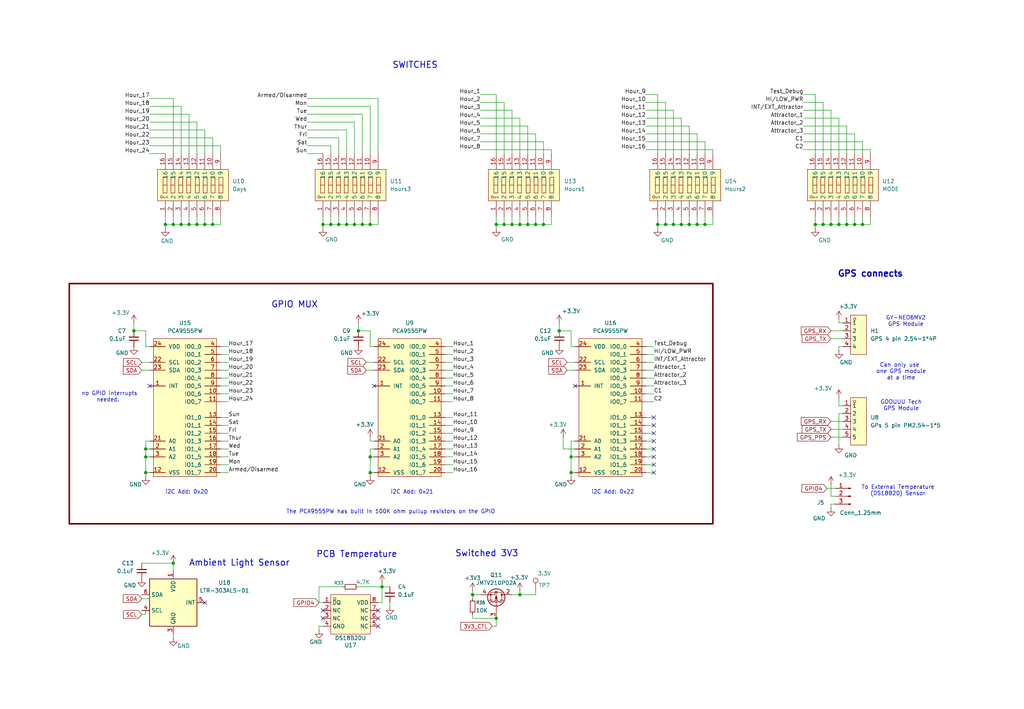
<source format=kicad_sch>
(kicad_sch (version 20250114) (generator "eeschema") (generator_version "9.0")
  (paper "User" 330.2 228.6)
  (title_block (title "MothBox") (date "2025-10-02") (rev "5.0.2") (company "Digital Naturalism Laboritories") (comment 1 "and Parkview"))
  (lib_symbols
    (symbol "0_easyeda2kicad:DS18B20U"
      (property "Reference" "U?" (at 0 8.89 0))
      (property "Value" "DS18B20U" (at 0 -8.89 0))
      (symbol "DS18B20U_0_1"
        (pin unspecified line (at -8.89 3.81 0) (length 2.54) (name "DQ") (number "1"))
        (pin unspecified line (at -8.89 1.27 0) (length 2.54) (name "NC") (number "2"))
        (pin unspecified line (at -8.89 -1.27 0) (length 2.54) (name "NC") (number "3"))
        (pin unspecified line (at -8.89 -3.81 0) (length 2.54) (name "GND") (number "4"))
        (pin unspecified line (at 8.89 3.81 180) (length 2.54) (name "VDD") (number "8"))
        (pin unspecified line (at 8.89 1.27 180) (length 2.54) (name "NC") (number "7"))
        (pin unspecified line (at 8.89 -1.27 180) (length 2.54) (name "NC") (number "6"))
        (pin unspecified line (at 8.89 -3.81 180) (length 2.54) (name "NC") (number "5"))
      )
    )
    (symbol "Connector:Conn_01x03_Pin" (pin_names (offset 1.016) (hide yes))
      (property "Reference" "J" (at 0 5.08 0))
      (property "Value" "Conn_01x03_Pin" (at 0 -5.08 0))
      (symbol "Conn_01x03_Pin_1_1"
        (pin passive line (at 5.08 2.54 180) (length 3.81) (name "Pin_1") (number "1"))
        (pin passive line (at 5.08 0 180) (length 3.81) (name "Pin_2") (number "2"))
        (pin passive line (at 5.08 -2.54 180) (length 3.81) (name "Pin_3") (number "3"))
      )
    )
    (symbol "MothBox_Symbol_Library:+3.3V" (power) (pin_numbers (hide yes)) (pin_names (offset 0) (hide yes))
      (property "Value" "+3.3V" (at 0 3.556 0))
      (symbol "+3.3V_1_1"
        (pin power_in line (at 0 0 90) (length 0) (name "~") (number "1"))
      )
    )
    (symbol "MothBox_Symbol_Library:2.54-1*4P母"
      (property "Reference" "H" (at 0 8.89 0))
      (property "Value" "2.54-1*4P母" (at 0 -8.89 0))
      (symbol "2.54-1*4P母_0_1"
        (pin unspecified line (at -5.08 3.81 0) (length 2.54) (name "1") (number "1"))
        (pin unspecified line (at -5.08 1.27 0) (length 2.54) (name "2") (number "2"))
        (pin unspecified line (at -5.08 -1.27 0) (length 2.54) (name "3") (number "3"))
        (pin unspecified line (at -5.08 -3.81 0) (length 2.54) (name "4") (number "4"))
      )
    )
    (symbol "MothBox_Symbol_Library:C_Small" (pin_numbers (hide yes)) (pin_names (offset 0.254) (hide yes))
      (property "Reference" "C" (at 0.254 1.778 0))
      (property "Value" "C_Small" (at 0.254 -2.032 0))
      (symbol "C_Small_1_1"
        (pin passive line (at 0 2.54 270) (length 2.032) (name "~") (number "1"))
        (pin passive line (at 0 -2.54 90) (length 2.032) (name "~") (number "2"))
      )
    )
    (symbol "MothBox_Symbol_Library:GND" (power) (pin_numbers (hide yes)) (pin_names (offset 0) (hide yes))
      (property "Value" "GND" (at 0 -3.81 0))
      (symbol "GND_1_1"
        (pin power_in line (at 0 0 270) (length 0) (name "~") (number "1"))
      )
    )
    (symbol "MothBox_Symbol_Library:JMTV210P02A" (pin_names (hide yes))
      (property "Reference" "Q" (at 5.08 1.905 0))
      (property "Value" "JMTV210P02A" (at 5.08 0 0))
      (symbol "JMTV210P02A_1_1"
        (pin input line (at -5.08 0 0) (length 2.54) (name "G") (number "3"))
        (pin passive line (at 2.54 5.08 270) (length 2.54) (hide yes) (name "D") (number "1"))
        (pin passive line (at 2.54 5.08 270) (length 2.54) (name "D") (number "2"))
        (pin passive line (at 2.54 5.08 270) (length 2.54) (hide yes) (name "D") (number "5"))
        (pin passive line (at 2.54 5.08 270) (length 2.54) (hide yes) (name "D") (number "6"))
        (pin passive line (at 2.54 5.08 270) (length 2.54) (hide yes) (name "D") (number "8"))
        (pin passive line (at 2.54 -5.08 90) (length 2.54) (name "S") (number "4"))
        (pin passive line (at 2.54 -5.08 90) (length 2.54) (hide yes) (name "S") (number "7"))
      )
    )
    (symbol "MothBox_Symbol_Library:PCA9535PW" (pin_names (offset 1.016))
      (property "Reference" "U" (at 0 -43.18 0))
      (property "Value" "PCA9535PW" (at 0 5.08 0))
      (symbol "PCA9535PW_1_1"
        (pin input line (at -11.43 0 0) (length 5.08) (name "VDD") (number "24"))
        (pin input line (at -11.43 -5.08 0) (length 5.08) (name "SCL") (number "22"))
        (pin input line (at -11.43 -7.62 0) (length 5.08) (name "SDA") (number "23"))
        (pin input line (at -11.43 -12.7 0) (length 5.08) (name "INT") (number "1"))
        (pin input line (at -11.43 -30.48 0) (length 5.08) (name "A0") (number "21"))
        (pin input line (at -11.43 -33.02 0) (length 5.08) (name "A1") (number "2"))
        (pin input line (at -11.43 -35.56 0) (length 5.08) (name "A2") (number "3"))
        (pin input line (at -11.43 -40.64 0) (length 5.08) (name "VSS") (number "12"))
        (pin input line (at 11.43 0 180) (length 5.08) (name "IO0_0") (number "4"))
        (pin input line (at 11.43 -2.54 180) (length 5.08) (name "IO0_1") (number "5"))
        (pin input line (at 11.43 -5.08 180) (length 5.08) (name "IO0_2") (number "6"))
        (pin input line (at 11.43 -7.62 180) (length 5.08) (name "IO0_3") (number "7"))
        (pin input line (at 11.43 -10.16 180) (length 5.08) (name "IO0_4") (number "8"))
        (pin input line (at 11.43 -12.7 180) (length 5.08) (name "IO0_5") (number "9"))
        (pin input line (at 11.43 -15.24 180) (length 5.08) (name "IO0_6") (number "10"))
        (pin input line (at 11.43 -17.78 180) (length 5.08) (name "IO0_7") (number "11"))
        (pin input line (at 11.43 -22.86 180) (length 5.08) (name "IO1_0") (number "13"))
        (pin input line (at 11.43 -25.4 180) (length 5.08) (name "IO1_1") (number "14"))
        (pin input line (at 11.43 -27.94 180) (length 5.08) (name "IO1_2") (number "15"))
        (pin input line (at 11.43 -30.48 180) (length 5.08) (name "IO1_3") (number "16"))
        (pin input line (at 11.43 -33.02 180) (length 5.08) (name "IO1_4") (number "17"))
        (pin input line (at 11.43 -35.56 180) (length 5.08) (name "IO1_5") (number "18"))
        (pin input line (at 11.43 -38.1 180) (length 5.08) (name "IO1_6") (number "19"))
        (pin input line (at 11.43 -40.64 180) (length 5.08) (name "IO1_7") (number "20"))
      )
    )
    (symbol "MothBox_Symbol_Library:PM2.54-1*5"
      (property "Reference" "U" (at 0 10.16 0))
      (property "Value" "PM2.54-1*5" (at 0 -10.16 0))
      (symbol "PM2.54-1*5_0_1"
        (pin unspecified line (at -5.08 5.08 0) (length 2.54) (name "1") (number "1"))
        (pin unspecified line (at -5.08 2.54 0) (length 2.54) (name "2") (number "2"))
        (pin unspecified line (at -5.08 0 0) (length 2.54) (name "3") (number "3"))
        (pin unspecified line (at -5.08 -2.54 0) (length 2.54) (name "4") (number "4"))
        (pin unspecified line (at -5.08 -5.08 0) (length 2.54) (name "5") (number "5"))
      )
    )
    (symbol "MothBox_Symbol_Library:R_Small" (pin_numbers (hide yes)) (pin_names (offset 0.254) (hide yes))
      (property "Reference" "R" (at 0 0 90))
      (property "Value" "R_Small" (at 1.778 0 90))
      (symbol "R_Small_1_1"
        (pin passive line (at 0 2.54 270) (length 0.762) (name "~") (number "1"))
        (pin passive line (at 0 -2.54 90) (length 0.762) (name "~") (number "2"))
      )
    )
    (symbol "MothBox_Symbol_Library:SMXS-08K-TP"
      (property "Reference" "SW" (at 0 15.24 0))
      (property "Value" "SMXS-08K-TP" (at 0 -15.24 0))
      (symbol "SMXS-08K-TP_0_1"
        (pin unspecified line (at -10.16 10.16 270) (length 5.08) (name "16") (number "16"))
        (pin unspecified line (at -10.16 -10.16 90) (length 5.08) (name "1") (number "1"))
        (pin unspecified line (at -7.62 10.16 270) (length 5.08) (name "15") (number "15"))
        (pin unspecified line (at -7.62 -10.16 90) (length 5.08) (name "2") (number "2"))
        (pin unspecified line (at -5.08 10.16 270) (length 5.08) (name "14") (number "14"))
        (pin unspecified line (at -5.08 -10.16 90) (length 5.08) (name "3") (number "3"))
        (pin unspecified line (at -2.54 10.16 270) (length 5.08) (name "13") (number "13"))
        (pin unspecified line (at -2.54 -10.16 90) (length 5.08) (name "4") (number "4"))
        (pin unspecified line (at 0 10.16 270) (length 5.08) (name "12") (number "12"))
        (pin unspecified line (at 0 -10.16 90) (length 5.08) (name "5") (number "5"))
        (pin unspecified line (at 2.54 10.16 270) (length 5.08) (name "11") (number "11"))
        (pin unspecified line (at 2.54 -10.16 90) (length 5.08) (name "6") (number "6"))
        (pin unspecified line (at 5.08 10.16 270) (length 5.08) (name "10") (number "10"))
        (pin unspecified line (at 5.08 -10.16 90) (length 5.08) (name "7") (number "7"))
        (pin unspecified line (at 7.62 10.16 270) (length 5.08) (name "9") (number "9"))
        (pin unspecified line (at 7.62 -10.16 90) (length 5.08) (name "8") (number "8"))
      )
    )
    (symbol "MothBox_Symbol_Library:TestPoint" (pin_numbers (hide yes)) (pin_names (offset 0.762) (hide yes))
      (property "Reference" "TP" (at 0 6.858 0))
      (property "Value" "TestPoint" (at 0 5.08 0))
      (symbol "TestPoint_1_1"
        (pin passive line (at 0 0 90) (length 2.54) (name "1") (number "1"))
      )
    )
    (symbol "Sensor_Optical:LTR-303ALS-01"
      (property "Reference" "U" (at -7.62 8.89 0))
      (property "Value" "LTR-303ALS-01" (at 1.27 8.89 0))
      (symbol "LTR-303ALS-01_1_1"
        (pin bidirectional line (at -10.16 2.54 0) (length 2.54) (name "SDA") (number "6"))
        (pin input line (at -10.16 -2.54 0) (length 2.54) (name "SCL") (number "4"))
        (pin power_in line (at 0 10.16 270) (length 2.54) (name "VDD") (number "1"))
        (pin power_in line (at 0 -10.16 90) (length 2.54) (name "GND") (number "3"))
        (pin no_connect line (at 7.62 -2.54 180) (length 2.54) (hide yes) (name "NC") (number "2"))
        (pin open_collector line (at 10.16 0 180) (length 2.54) (name "INT") (number "5"))
      )
    )
    (symbol "power:+3V3" (power) (pin_numbers (hide yes)) (pin_names (offset 0) (hide yes))
      (property "Value" "+3V3" (at 0 3.556 0))
      (symbol "+3V3_1_1"
        (pin power_in line (at 0 0 90) (length 0) (name "~") (number "1"))
      )
    )
  )
  (rectangle (start 22.352 91.44) (end 229.87 168.91) (stroke (width 0.508) (color 110 0 0 1)))
  (text "Can only use \none GPS module\nat a time" (at 290.576 119.888 0) (effects (font (size 1.27 1.27))))
  (text "no GPIO interrupts\nneeded. " (at 35.306 128.016 0) (effects (font (size 1.27 1.27))))
  (text "GY-NEO6MV2\nGPS Module" (at 292.1 103.632 0) (effects (font (size 1.27 1.27))))
  (text "Switched 3V3" (at 156.972 178.562 0) (effects (font (size 2 2) (thickness 0.254) (bold yes))))
  (text "GPS connects" (at 280.67 88.392 0) (effects (font (size 2 2) (thickness 0.4) (bold yes))))
  (text "The PCA9555PW has built in 100K ohm pullup resistors on the GPIO" (at 125.984 165.1 0) (effects (font (size 1.27 1.27))))
  (text "GOOUUU Tech\nGPS Module" (at 290.576 130.81 0) (effects (font (size 1.27 1.27))))
  (text "PCB Temperature" (at 115.062 178.816 0) (effects (font (size 2 2) (thickness 0.254) (bold yes))))
  (text "i2C Add: 0x22" (at 197.612 158.75 0) (effects (font (size 1.27 1.27))))
  (text "i2C Add: 0x20" (at 60.198 158.75 0) (effects (font (size 1.27 1.27))))
  (text "Ambient Light Sensor" (at 77.216 181.61 0) (effects (font (size 2 2) (thickness 0.254) (bold yes))))
  (text "To External Temperature\n(DS18B20) Sensor" (at 289.56 158.242 0) (effects (font (size 1.27 1.27))))
  (text "i2C Add: 0x21" (at 132.842 158.75 0) (effects (font (size 1.27 1.27))))
  (text "GPIO MUX\n" (at 94.996 98.298 0) (effects (font (size 2 2) (thickness 0.254) (bold yes))))
  (text "SWITCHES" (at 133.858 21.082 0) (effects (font (size 2 2) (thickness 0.254) (bold yes))))
  (junction (at 123.19 189.23))
  (junction (at 265.43 72.39))
  (junction (at 224.79 72.39))
  (junction (at 162.56 72.39))
  (junction (at 219.71 72.39))
  (junction (at 160.02 72.39))
  (junction (at 119.38 147.32))
  (junction (at 214.63 72.39))
  (junction (at 217.17 72.39))
  (junction (at 212.09 72.39))
  (junction (at 68.58 72.39))
  (junction (at 165.1 72.39))
  (junction (at 267.97 72.39))
  (junction (at 58.42 72.39))
  (junction (at 270.51 72.39))
  (junction (at 278.13 72.39))
  (junction (at 167.64 72.39))
  (junction (at 222.25 72.39))
  (junction (at 114.3 72.39))
  (junction (at 46.99 152.4))
  (junction (at 46.99 144.78))
  (junction (at 46.99 147.32))
  (junction (at 111.76 72.39))
  (junction (at 115.57 106.68))
  (junction (at 227.33 72.39))
  (junction (at 63.5 72.39))
  (junction (at 170.18 72.39))
  (junction (at 152.4 191.77))
  (junction (at 273.05 72.39))
  (junction (at 262.89 72.39))
  (junction (at 55.88 72.39))
  (junction (at 119.38 72.39))
  (junction (at 184.15 147.32))
  (junction (at 66.04 72.39))
  (junction (at 184.15 152.4))
  (junction (at 116.84 72.39))
  (junction (at 109.22 72.39))
  (junction (at 43.18 106.68))
  (junction (at 172.72 72.39))
  (junction (at 160.02 199.39))
  (junction (at 275.59 72.39))
  (junction (at 106.68 72.39))
  (junction (at 180.34 106.68))
  (junction (at 53.34 72.39))
  (junction (at 167.64 191.77))
  (junction (at 104.14 72.39))
  (junction (at 55.88 181.61))
  (junction (at 119.38 152.4))
  (junction (at 60.96 72.39))
  (junction (at 175.26 72.39))
  (no_connect (at 104.14 196.85))
  (no_connect (at 120.65 124.46))
  (no_connect (at 121.92 199.39))
  (no_connect (at 210.82 152.4))
  (no_connect (at 121.92 201.93))
  (no_connect (at 210.82 139.7))
  (no_connect (at 210.82 149.86))
  (no_connect (at 48.26 124.46))
  (no_connect (at 210.82 144.78))
  (no_connect (at 210.82 147.32))
  (no_connect (at 210.82 137.16))
  (no_connect (at 185.42 124.46))
  (no_connect (at 66.04 194.31))
  (no_connect (at 210.82 142.24))
  (no_connect (at 104.14 199.39))
  (no_connect (at 210.82 134.62))
  (no_connect (at 121.92 196.85))
  (wire (pts (xy 68.58 72.39) (xy 71.12 72.39)))
  (wire (pts (xy 210.82 116.84) (xy 208.28 116.84)))
  (wire (pts (xy 146.05 137.16) (xy 143.51 137.16)))
  (wire (pts (xy 46.99 142.24) (xy 46.99 144.78)))
  (wire (pts (xy 210.82 127) (xy 208.28 127)))
  (wire (pts (xy 60.96 69.85) (xy 60.96 72.39)))
  (wire (pts (xy 46.99 144.78) (xy 46.99 147.32)))
  (wire (pts (xy 208.28 43.18) (xy 224.79 43.18)))
  (wire (pts (xy 210.82 111.76) (xy 208.28 111.76)))
  (wire (pts (xy 152.4 190.5) (xy 152.4 191.77)))
  (wire (pts (xy 224.79 69.85) (xy 224.79 72.39)))
  (wire (pts (xy 99.06 46.99) (xy 106.68 46.99)))
  (wire (pts (xy 73.66 114.3) (xy 71.12 114.3)))
  (wire (pts (xy 119.38 69.85) (xy 119.38 72.39)))
  (wire (pts (xy 102.87 189.23) (xy 102.87 194.31)))
  (wire (pts (xy 114.3 39.37) (xy 114.3 49.53)))
  (wire (pts (xy 184.15 147.32) (xy 184.15 152.4)))
  (wire (pts (xy 152.4 191.77) (xy 152.4 193.04)))
  (wire (pts (xy 158.75 201.93) (xy 160.02 201.93)))
  (wire (pts (xy 119.38 144.78) (xy 119.38 147.32)))
  (wire (pts (xy 180.34 106.68) (xy 184.15 106.68)))
  (wire (pts (xy 45.72 116.84) (xy 48.26 116.84)))
  (wire (pts (xy 45.72 181.61) (xy 55.88 181.61)))
  (wire (pts (xy 217.17 69.85) (xy 217.17 72.39)))
  (wire (pts (xy 73.66 121.92) (xy 71.12 121.92)))
  (wire (pts (xy 48.26 142.24) (xy 46.99 142.24)))
  (wire (pts (xy 167.64 72.39) (xy 170.18 72.39)))
  (wire (pts (xy 46.99 152.4) (xy 46.99 153.67)))
  (wire (pts (xy 99.06 39.37) (xy 114.3 39.37)))
  (wire (pts (xy 121.92 69.85) (xy 121.92 72.39)))
  (wire (pts (xy 154.94 45.72) (xy 175.26 45.72)))
  (wire (pts (xy 48.26 46.99) (xy 71.12 46.99)))
  (wire (pts (xy 170.18 72.39) (xy 172.72 72.39)))
  (wire (pts (xy 210.82 144.78) (xy 208.28 144.78)))
  (wire (pts (xy 162.56 33.02) (xy 162.56 49.53)))
  (wire (pts (xy 184.15 147.32) (xy 185.42 147.32)))
  (wire (pts (xy 210.82 152.4) (xy 208.28 152.4)))
  (wire (pts (xy 115.57 106.68) (xy 119.38 106.68)))
  (wire (pts (xy 185.42 152.4) (xy 184.15 152.4)))
  (wire (pts (xy 146.05 147.32) (xy 143.51 147.32)))
  (wire (pts (xy 217.17 35.56) (xy 217.17 49.53)))
  (wire (pts (xy 262.89 69.85) (xy 262.89 72.39)))
  (wire (pts (xy 48.26 34.29) (xy 58.42 34.29)))
  (wire (pts (xy 99.06 49.53) (xy 104.14 49.53)))
  (wire (pts (xy 119.38 34.29) (xy 119.38 49.53)))
  (wire (pts (xy 73.66 129.54) (xy 71.12 129.54)))
  (wire (pts (xy 53.34 72.39) (xy 53.34 73.66)))
  (wire (pts (xy 210.82 121.92) (xy 208.28 121.92)))
  (wire (pts (xy 118.11 119.38) (xy 120.65 119.38)))
  (wire (pts (xy 146.05 139.7) (xy 143.51 139.7)))
  (wire (pts (xy 46.99 106.68) (xy 46.99 111.76)))
  (wire (pts (xy 116.84 36.83) (xy 116.84 49.53)))
  (wire (pts (xy 55.88 204.47) (xy 55.88 205.74)))
  (wire (pts (xy 267.97 69.85) (xy 267.97 72.39)))
  (wire (pts (xy 160.02 72.39) (xy 162.56 72.39)))
  (wire (pts (xy 227.33 69.85) (xy 227.33 72.39)))
  (wire (pts (xy 210.82 119.38) (xy 208.28 119.38)))
  (wire (pts (xy 123.19 189.23) (xy 125.73 189.23)))
  (wire (pts (xy 273.05 40.64) (xy 273.05 49.53)))
  (wire (pts (xy 119.38 72.39) (xy 121.92 72.39)))
  (wire (pts (xy 267.97 72.39) (xy 270.51 72.39)))
  (wire (pts (xy 222.25 40.64) (xy 222.25 49.53)))
  (wire (pts (xy 165.1 35.56) (xy 165.1 49.53)))
  (wire (pts (xy 116.84 72.39) (xy 119.38 72.39)))
  (wire (pts (xy 43.18 104.14) (xy 43.18 106.68)))
  (wire (pts (xy 63.5 72.39) (xy 66.04 72.39)))
  (wire (pts (xy 180.34 104.14) (xy 180.34 106.68)))
  (wire (pts (xy 45.72 196.85) (xy 46.99 196.85)))
  (wire (pts (xy 160.02 69.85) (xy 160.02 72.39)))
  (wire (pts (xy 184.15 142.24) (xy 185.42 142.24)))
  (wire (pts (xy 152.4 198.12) (xy 152.4 199.39)))
  (wire (pts (xy 48.26 193.04) (xy 45.72 193.04)))
  (wire (pts (xy 172.72 190.5) (xy 172.72 191.77)))
  (wire (pts (xy 160.02 30.48) (xy 160.02 49.53)))
  (wire (pts (xy 259.08 33.02) (xy 265.43 33.02)))
  (wire (pts (xy 267.97 160.02) (xy 269.24 160.02)))
  (wire (pts (xy 160.02 199.39) (xy 160.02 201.93)))
  (wire (pts (xy 267.97 109.22) (xy 271.78 109.22)))
  (wire (pts (xy 120.65 111.76) (xy 119.38 111.76)))
  (wire (pts (xy 119.38 144.78) (xy 120.65 144.78)))
  (wire (pts (xy 104.14 72.39) (xy 106.68 72.39)))
  (wire (pts (xy 273.05 72.39) (xy 275.59 72.39)))
  (wire (pts (xy 210.82 139.7) (xy 208.28 139.7)))
  (wire (pts (xy 68.58 69.85) (xy 68.58 72.39)))
  (wire (pts (xy 71.12 49.53) (xy 71.12 46.99)))
  (wire (pts (xy 125.73 194.31) (xy 125.73 195.58)))
  (wire (pts (xy 46.99 147.32) (xy 48.26 147.32)))
  (wire (pts (xy 152.4 191.77) (xy 154.94 191.77)))
  (wire (pts (xy 170.18 40.64) (xy 170.18 49.53)))
  (wire (pts (xy 119.38 147.32) (xy 119.38 152.4)))
  (wire (pts (xy 46.99 147.32) (xy 46.99 152.4)))
  (wire (pts (xy 182.88 119.38) (xy 185.42 119.38)))
  (wire (pts (xy 208.28 38.1) (xy 219.71 38.1)))
  (wire (pts (xy 267.97 106.68) (xy 271.78 106.68)))
  (wire (pts (xy 120.65 152.4) (xy 119.38 152.4)))
  (wire (pts (xy 119.38 106.68) (xy 119.38 111.76)))
  (wire (pts (xy 219.71 38.1) (xy 219.71 49.53)))
  (wire (pts (xy 278.13 45.72) (xy 278.13 49.53)))
  (wire (pts (xy 210.82 114.3) (xy 208.28 114.3)))
  (wire (pts (xy 146.05 144.78) (xy 143.51 144.78)))
  (wire (pts (xy 63.5 39.37) (xy 63.5 49.53)))
  (wire (pts (xy 270.51 133.35) (xy 270.51 143.51)))
  (wire (pts (xy 208.28 48.26) (xy 229.87 48.26)))
  (wire (pts (xy 146.05 149.86) (xy 143.51 149.86)))
  (wire (pts (xy 48.26 36.83) (xy 60.96 36.83)))
  (wire (pts (xy 210.82 134.62) (xy 208.28 134.62)))
  (wire (pts (xy 224.79 72.39) (xy 227.33 72.39)))
  (wire (pts (xy 270.51 111.76) (xy 271.78 111.76)))
  (wire (pts (xy 146.05 121.92) (xy 143.51 121.92)))
  (wire (pts (xy 48.26 191.77) (xy 48.26 193.04)))
  (wire (pts (xy 146.05 134.62) (xy 143.51 134.62)))
  (wire (pts (xy 114.3 72.39) (xy 116.84 72.39)))
  (wire (pts (xy 170.18 69.85) (xy 170.18 72.39)))
  (wire (pts (xy 278.13 72.39) (xy 280.67 72.39)))
  (wire (pts (xy 73.66 149.86) (xy 71.12 149.86)))
  (wire (pts (xy 68.58 44.45) (xy 68.58 49.53)))
  (wire (pts (xy 46.99 196.85) (xy 46.99 198.12)))
  (wire (pts (xy 275.59 43.18) (xy 275.59 49.53)))
  (wire (pts (xy 106.68 72.39) (xy 109.22 72.39)))
  (wire (pts (xy 219.71 69.85) (xy 219.71 72.39)))
  (wire (pts (xy 229.87 48.26) (xy 229.87 49.53)))
  (wire (pts (xy 60.96 36.83) (xy 60.96 49.53)))
  (wire (pts (xy 146.05 116.84) (xy 143.51 116.84)))
  (wire (pts (xy 259.08 35.56) (xy 267.97 35.56)))
  (wire (pts (xy 109.22 69.85) (xy 109.22 72.39)))
  (wire (pts (xy 73.66 152.4) (xy 71.12 152.4)))
  (wire (pts (xy 154.94 30.48) (xy 160.02 30.48)))
  (wire (pts (xy 214.63 33.02) (xy 214.63 49.53)))
  (wire (pts (xy 208.28 45.72) (xy 227.33 45.72)))
  (wire (pts (xy 73.66 139.7) (xy 71.12 139.7)))
  (wire (pts (xy 270.51 104.14) (xy 271.78 104.14)))
  (wire (pts (xy 267.97 162.56) (xy 267.97 163.83)))
  (wire (pts (xy 48.26 49.53) (xy 53.34 49.53)))
  (wire (pts (xy 270.51 102.87) (xy 270.51 104.14)))
  (wire (pts (xy 99.06 31.75) (xy 121.92 31.75)))
  (wire (pts (xy 267.97 35.56) (xy 267.97 49.53)))
  (wire (pts (xy 146.05 114.3) (xy 143.51 114.3)))
  (wire (pts (xy 270.51 133.35) (xy 271.78 133.35)))
  (wire (pts (xy 99.06 34.29) (xy 119.38 34.29)))
  (wire (pts (xy 55.88 69.85) (xy 55.88 72.39)))
  (wire (pts (xy 53.34 69.85) (xy 53.34 72.39)))
  (wire (pts (xy 73.66 119.38) (xy 71.12 119.38)))
  (wire (pts (xy 58.42 72.39) (xy 60.96 72.39)))
  (wire (pts (xy 267.97 140.97) (xy 271.78 140.97)))
  (wire (pts (xy 123.19 187.96) (xy 123.19 189.23)))
  (wire (pts (xy 177.8 69.85) (xy 177.8 72.39)))
  (wire (pts (xy 99.06 44.45) (xy 109.22 44.45)))
  (wire (pts (xy 182.88 116.84) (xy 185.42 116.84)))
  (wire (pts (xy 55.88 72.39) (xy 58.42 72.39)))
  (wire (pts (xy 46.99 144.78) (xy 48.26 144.78)))
  (wire (pts (xy 270.51 69.85) (xy 270.51 72.39)))
  (wire (pts (xy 104.14 201.93) (xy 102.87 201.93)))
  (wire (pts (xy 55.88 184.15) (xy 55.88 181.61)))
  (wire (pts (xy 175.26 45.72) (xy 175.26 49.53)))
  (wire (pts (xy 73.66 147.32) (xy 71.12 147.32)))
  (wire (pts (xy 73.66 137.16) (xy 71.12 137.16)))
  (wire (pts (xy 273.05 69.85) (xy 273.05 72.39)))
  (wire (pts (xy 114.3 69.85) (xy 114.3 72.39)))
  (wire (pts (xy 154.94 33.02) (xy 162.56 33.02)))
  (wire (pts (xy 162.56 72.39) (xy 165.1 72.39)))
  (wire (pts (xy 262.89 72.39) (xy 265.43 72.39)))
  (wire (pts (xy 119.38 152.4) (xy 119.38 153.67)))
  (wire (pts (xy 111.76 69.85) (xy 111.76 72.39)))
  (wire (pts (xy 160.02 72.39) (xy 160.02 73.66)))
  (wire (pts (xy 46.99 198.12) (xy 45.72 198.12)))
  (wire (pts (xy 102.87 194.31) (xy 104.14 194.31)))
  (wire (pts (xy 109.22 72.39) (xy 111.76 72.39)))
  (wire (pts (xy 212.09 30.48) (xy 212.09 49.53)))
  (wire (pts (xy 265.43 72.39) (xy 267.97 72.39)))
  (wire (pts (xy 267.97 138.43) (xy 271.78 138.43)))
  (wire (pts (xy 165.1 72.39) (xy 167.64 72.39)))
  (wire (pts (xy 214.63 69.85) (xy 214.63 72.39)))
  (wire (pts (xy 217.17 72.39) (xy 219.71 72.39)))
  (wire (pts (xy 119.38 147.32) (xy 120.65 147.32)))
  (wire (pts (xy 208.28 40.64) (xy 222.25 40.64)))
  (wire (pts (xy 278.13 69.85) (xy 278.13 72.39)))
  (wire (pts (xy 172.72 72.39) (xy 175.26 72.39)))
  (wire (pts (xy 146.05 127) (xy 143.51 127)))
  (wire (pts (xy 181.61 140.97) (xy 181.61 144.78)))
  (wire (pts (xy 222.25 69.85) (xy 222.25 72.39)))
  (wire (pts (xy 265.43 69.85) (xy 265.43 72.39)))
  (wire (pts (xy 73.66 144.78) (xy 71.12 144.78)))
  (wire (pts (xy 123.19 194.31) (xy 121.92 194.31)))
  (wire (pts (xy 111.76 41.91) (xy 111.76 49.53)))
  (wire (pts (xy 212.09 72.39) (xy 214.63 72.39)))
  (wire (pts (xy 167.64 69.85) (xy 167.64 72.39)))
  (wire (pts (xy 259.08 30.48) (xy 262.89 30.48)))
  (wire (pts (xy 275.59 72.39) (xy 278.13 72.39)))
  (wire (pts (xy 73.66 116.84) (xy 71.12 116.84)))
  (wire (pts (xy 227.33 72.39) (xy 229.87 72.39)))
  (wire (pts (xy 167.64 191.77) (xy 167.64 190.5)))
  (wire (pts (xy 210.82 124.46) (xy 208.28 124.46)))
  (wire (pts (xy 48.26 152.4) (xy 46.99 152.4)))
  (wire (pts (xy 154.94 40.64) (xy 170.18 40.64)))
  (wire (pts (xy 214.63 72.39) (xy 217.17 72.39)))
  (wire (pts (xy 146.05 119.38) (xy 143.51 119.38)))
  (wire (pts (xy 48.26 44.45) (xy 68.58 44.45)))
  (wire (pts (xy 66.04 69.85) (xy 66.04 72.39)))
  (wire (pts (xy 210.82 149.86) (xy 208.28 149.86)))
  (wire (pts (xy 154.94 35.56) (xy 165.1 35.56)))
  (wire (pts (xy 259.08 45.72) (xy 278.13 45.72)))
  (wire (pts (xy 227.33 45.72) (xy 227.33 49.53)))
  (wire (pts (xy 118.11 116.84) (xy 120.65 116.84)))
  (wire (pts (xy 270.51 128.27) (xy 270.51 130.81)))
  (wire (pts (xy 48.26 39.37) (xy 63.5 39.37)))
  (wire (pts (xy 270.51 130.81) (xy 271.78 130.81)))
  (wire (pts (xy 162.56 69.85) (xy 162.56 72.39)))
  (wire (pts (xy 229.87 69.85) (xy 229.87 72.39)))
  (wire (pts (xy 175.26 69.85) (xy 175.26 72.39)))
  (wire (pts (xy 48.26 31.75) (xy 55.88 31.75)))
  (wire (pts (xy 267.97 156.21) (xy 267.97 160.02)))
  (wire (pts (xy 146.05 124.46) (xy 143.51 124.46)))
  (wire (pts (xy 66.04 72.39) (xy 68.58 72.39)))
  (wire (pts (xy 165.1 191.77) (xy 167.64 191.77)))
  (wire (pts (xy 184.15 106.68) (xy 184.15 111.76)))
  (wire (pts (xy 146.05 142.24) (xy 143.51 142.24)))
  (wire (pts (xy 123.19 189.23) (xy 123.19 194.31)))
  (wire (pts (xy 259.08 43.18) (xy 275.59 43.18)))
  (wire (pts (xy 146.05 111.76) (xy 143.51 111.76)))
  (wire (pts (xy 73.66 134.62) (xy 71.12 134.62)))
  (wire (pts (xy 146.05 152.4) (xy 143.51 152.4)))
  (wire (pts (xy 280.67 48.26) (xy 280.67 49.53)))
  (wire (pts (xy 109.22 44.45) (xy 109.22 49.53)))
  (wire (pts (xy 60.96 72.39) (xy 63.5 72.39)))
  (wire (pts (xy 111.76 72.39) (xy 114.3 72.39)))
  (wire (pts (xy 154.94 38.1) (xy 167.64 38.1)))
  (wire (pts (xy 270.51 38.1) (xy 270.51 49.53)))
  (wire (pts (xy 275.59 69.85) (xy 275.59 72.39)))
  (wire (pts (xy 119.38 142.24) (xy 120.65 142.24)))
  (wire (pts (xy 175.26 72.39) (xy 177.8 72.39)))
  (wire (pts (xy 265.43 33.02) (xy 265.43 49.53)))
  (wire (pts (xy 222.25 72.39) (xy 224.79 72.39)))
  (wire (pts (xy 102.87 201.93) (xy 102.87 203.2)))
  (wire (pts (xy 110.49 189.23) (xy 102.87 189.23)))
  (wire (pts (xy 115.57 189.23) (xy 123.19 189.23)))
  (wire (pts (xy 219.71 72.39) (xy 222.25 72.39)))
  (wire (pts (xy 104.14 69.85) (xy 104.14 72.39)))
  (wire (pts (xy 45.72 191.77) (xy 48.26 191.77)))
  (wire (pts (xy 116.84 69.85) (xy 116.84 72.39)))
  (wire (pts (xy 115.57 104.14) (xy 115.57 106.68)))
  (wire (pts (xy 73.66 124.46) (xy 71.12 124.46)))
  (wire (pts (xy 121.92 31.75) (xy 121.92 49.53)))
  (wire (pts (xy 73.66 142.24) (xy 71.12 142.24)))
  (wire (pts (xy 167.64 38.1) (xy 167.64 49.53)))
  (wire (pts (xy 208.28 35.56) (xy 217.17 35.56)))
  (wire (pts (xy 165.1 69.85) (xy 165.1 72.39)))
  (wire (pts (xy 172.72 43.18) (xy 172.72 49.53)))
  (wire (pts (xy 267.97 135.89) (xy 271.78 135.89)))
  (wire (pts (xy 71.12 69.85) (xy 71.12 72.39)))
  (wire (pts (xy 99.06 41.91) (xy 111.76 41.91)))
  (wire (pts (xy 58.42 69.85) (xy 58.42 72.39)))
  (wire (pts (xy 280.67 69.85) (xy 280.67 72.39)))
  (wire (pts (xy 266.7 157.48) (xy 269.24 157.48)))
  (wire (pts (xy 210.82 142.24) (xy 208.28 142.24)))
  (wire (pts (xy 154.94 43.18) (xy 172.72 43.18)))
  (wire (pts (xy 267.97 162.56) (xy 269.24 162.56)))
  (wire (pts (xy 73.66 111.76) (xy 71.12 111.76)))
  (wire (pts (xy 48.26 41.91) (xy 66.04 41.91)))
  (wire (pts (xy 58.42 34.29) (xy 58.42 49.53)))
  (wire (pts (xy 172.72 191.77) (xy 167.64 191.77)))
  (wire (pts (xy 55.88 31.75) (xy 55.88 49.53)))
  (wire (pts (xy 208.28 30.48) (xy 212.09 30.48)))
  (wire (pts (xy 106.68 46.99) (xy 106.68 49.53)))
  (wire (pts (xy 259.08 40.64) (xy 273.05 40.64)))
  (wire (pts (xy 208.28 33.02) (xy 214.63 33.02)))
  (wire (pts (xy 45.72 119.38) (xy 48.26 119.38)))
  (wire (pts (xy 259.08 48.26) (xy 280.67 48.26)))
  (wire (pts (xy 43.18 106.68) (xy 46.99 106.68)))
  (wire (pts (xy 66.04 41.91) (xy 66.04 49.53)))
  (wire (pts (xy 152.4 199.39) (xy 160.02 199.39)))
  (wire (pts (xy 262.89 72.39) (xy 262.89 73.66)))
  (wire (pts (xy 104.14 72.39) (xy 104.14 73.66)))
  (wire (pts (xy 53.34 72.39) (xy 55.88 72.39)))
  (wire (pts (xy 48.26 111.76) (xy 46.99 111.76)))
  (wire (pts (xy 146.05 129.54) (xy 143.51 129.54)))
  (wire (pts (xy 184.15 152.4) (xy 184.15 153.67)))
  (wire (pts (xy 212.09 72.39) (xy 212.09 73.66)))
  (wire (pts (xy 210.82 137.16) (xy 208.28 137.16)))
  (wire (pts (xy 210.82 129.54) (xy 208.28 129.54)))
  (wire (pts (xy 63.5 69.85) (xy 63.5 72.39)))
  (wire (pts (xy 184.15 142.24) (xy 184.15 147.32)))
  (wire (pts (xy 185.42 111.76) (xy 184.15 111.76)))
  (wire (pts (xy 224.79 43.18) (xy 224.79 49.53)))
  (wire (pts (xy 270.51 72.39) (xy 273.05 72.39)))
  (wire (pts (xy 210.82 147.32) (xy 208.28 147.32)))
  (wire (pts (xy 119.38 140.97) (xy 119.38 142.24)))
  (wire (pts (xy 259.08 38.1) (xy 270.51 38.1)))
  (wire (pts (xy 212.09 69.85) (xy 212.09 72.39)))
  (wire (pts (xy 270.51 113.03) (xy 270.51 111.76)))
  (wire (pts (xy 99.06 36.83) (xy 116.84 36.83)))
  (wire (pts (xy 73.66 127) (xy 71.12 127)))
  (wire (pts (xy 177.8 48.26) (xy 177.8 49.53)))
  (wire (pts (xy 262.89 30.48) (xy 262.89 49.53)))
  (wire (pts (xy 172.72 69.85) (xy 172.72 72.39)))
  (wire (pts (xy 181.61 144.78) (xy 185.42 144.78)))
  (wire (pts (xy 106.68 69.85) (xy 106.68 72.39)))
  (wire (pts (xy 154.94 48.26) (xy 177.8 48.26)))
  (label "Tue" (at 99.06 36.83 180))
  (label "Attractor_3" (at 210.82 124.46 0))
  (label "Fri" (at 73.66 139.7 0))
  (label "Wed" (at 73.66 144.78 0))
  (label "Hour_22" (at 48.26 44.45 180))
  (label "Test_Debug" (at 210.82 111.76 0))
  (label "Mon" (at 99.06 34.29 180))
  (label "Thur" (at 73.66 142.24 0))
  (label "Hour_4" (at 154.94 38.1 180))
  (label "Hour_9" (at 208.28 30.48 180))
  (label "Thur" (at 99.06 41.91 180))
  (label "Hour_21" (at 73.66 121.92 0))
  (label "Hour_12" (at 146.05 142.24 0))
  (label "Hour_2" (at 146.05 114.3 0))
  (label "Hour_11" (at 146.05 134.62 0))
  (label "Armed{slash}Disarmed" (at 73.66 152.4 0))
  (label "Hour_5" (at 146.05 121.92 0))
  (label "Hour_8" (at 146.05 129.54 0))
  (label "Hour_14" (at 146.05 147.32 0))
  (label "Hour_18" (at 73.66 114.3 0))
  (label "Hour_15" (at 146.05 149.86 0))
  (label "Wed" (at 99.06 39.37 180))
  (label "Hour_2" (at 154.94 33.02 180))
  (label "Tue" (at 73.66 147.32 0))
  (label "Sat" (at 73.66 137.16 0))
  (label "HI{slash}LOW_PWR" (at 210.82 114.3 0))
  (label "Mon" (at 73.66 149.86 0))
  (label "Hour_16" (at 208.28 48.26 180))
  (label "Hour_24" (at 48.26 49.53 180))
  (label "C2" (at 210.82 129.54 0))
  (label "C1" (at 210.82 127 0))
  (label "Hour_16" (at 146.05 152.4 0))
  (label "Hour_7" (at 146.05 127 0))
  (label "INT{slash}EXT_Attractor" (at 259.08 35.56 180))
  (label "C1" (at 259.08 45.72 180))
  (label "Hour_24" (at 73.66 129.54 0))
  (label "C2" (at 259.08 48.26 180))
  (label "Hour_18" (at 48.26 34.29 180))
  (label "Hour_6" (at 154.94 43.18 180))
  (label "Hour_19" (at 73.66 116.84 0))
  (label "Hour_8" (at 154.94 48.26 180))
  (label "Hour_12" (at 208.28 38.1 180))
  (label "Sun" (at 99.06 49.53 180))
  (label "HI{slash}LOW_PWR" (at 259.08 33.02 180))
  (label "Hour_7" (at 154.94 45.72 180))
  (label "Armed{slash}Disarmed" (at 99.06 31.75 180))
  (label "Hour_15" (at 208.28 45.72 180))
  (label "Hour_13" (at 208.28 40.64 180))
  (label "Attractor_2" (at 210.82 121.92 0))
  (label "Hour_10" (at 146.05 137.16 0))
  (label "Sat" (at 99.06 46.99 180))
  (label "Hour_10" (at 208.28 33.02 180))
  (label "Hour_17" (at 73.66 111.76 0))
  (label "Attractor_1" (at 259.08 38.1 180))
  (label "Sun" (at 73.66 134.62 0))
  (label "Hour_13" (at 146.05 144.78 0))
  (label "Hour_1" (at 146.05 111.76 0))
  (label "Attractor_2" (at 259.08 40.64 180))
  (label "Hour_23" (at 73.66 127 0))
  (label "Hour_5" (at 154.94 40.64 180))
  (label "Hour_17" (at 48.26 31.75 180))
  (label "Hour_20" (at 48.26 39.37 180))
  (label "Hour_21" (at 48.26 41.91 180))
  (label "Hour_23" (at 48.26 46.99 180))
  (label "Hour_9" (at 146.05 139.7 0))
  (label "Test_Debug" (at 259.08 30.48 180))
  (label "Hour_22" (at 73.66 124.46 0))
  (label "Hour_3" (at 146.05 116.84 0))
  (label "Attractor_1" (at 210.82 119.38 0))
  (label "Hour_11" (at 208.28 35.56 180))
  (label "Attractor_3" (at 259.08 43.18 180))
  (label "INT{slash}EXT_Attractor" (at 210.82 116.84 0))
  (label "Hour_14" (at 208.28 43.18 180))
  (label "Fri" (at 99.06 44.45 180))
  (label "Hour_6" (at 146.05 124.46 0))
  (label "Hour_4" (at 146.05 119.38 0))
  (label "Hour_1" (at 154.94 30.48 180))
  (label "Hour_19" (at 48.26 36.83 180))
  (label "Hour_20" (at 73.66 119.38 0))
  (label "Hour_3" (at 154.94 35.56 180))
  (global_label "GPS_TX" (shape input) (at 267.97 138.43 180) (property "Intersheetrefs" "${INTERSHEET_REFS}" (effects (hide yes))))
  (global_label "GPIO4" (shape input) (at 102.87 194.31 180) (property "Intersheetrefs" "${INTERSHEET_REFS}" (effects (hide yes))))
  (global_label "GPS_RX" (shape input) (at 267.97 106.68 180) (property "Intersheetrefs" "${INTERSHEET_REFS}" (effects (hide yes))))
  (global_label "SDA" (shape input) (at 45.72 119.38 180) (property "Intersheetrefs" "${INTERSHEET_REFS}" (effects (hide yes))))
  (global_label "SCL" (shape input) (at 182.88 116.84 180) (property "Intersheetrefs" "${INTERSHEET_REFS}" (effects (hide yes))))
  (global_label "SCL" (shape input) (at 45.72 116.84 180) (property "Intersheetrefs" "${INTERSHEET_REFS}" (effects (hide yes))))
  (global_label "GPS_RX" (shape input) (at 267.97 135.89 180) (property "Intersheetrefs" "${INTERSHEET_REFS}" (effects (hide yes))))
  (global_label "SCL" (shape input) (at 45.72 198.12 180) (property "Intersheetrefs" "${INTERSHEET_REFS}" (effects (hide yes))))
  (global_label "GPS_PPS" (shape input) (at 267.97 140.97 180) (property "Intersheetrefs" "${INTERSHEET_REFS}" (effects (hide yes))))
  (global_label "SDA" (shape input) (at 45.72 193.04 180) (property "Intersheetrefs" "${INTERSHEET_REFS}" (effects (hide yes))))
  (global_label "GPS_TX" (shape input) (at 267.97 109.22 180) (property "Intersheetrefs" "${INTERSHEET_REFS}" (effects (hide yes))))
  (global_label "3V3_CTL" (shape input) (at 158.75 201.93 180) (property "Intersheetrefs" "${INTERSHEET_REFS}" (effects (hide yes))))
  (global_label "SDA" (shape input) (at 118.11 119.38 180) (property "Intersheetrefs" "${INTERSHEET_REFS}" (effects (hide yes))))
  (global_label "SDA" (shape input) (at 182.88 119.38 180) (property "Intersheetrefs" "${INTERSHEET_REFS}" (effects (hide yes))))
  (global_label "SCL" (shape input) (at 118.11 116.84 180) (property "Intersheetrefs" "${INTERSHEET_REFS}" (effects (hide yes))))
  (global_label "GPIO4" (shape input) (at 266.7 157.48 180) (property "Intersheetrefs" "${INTERSHEET_REFS}" (effects (hide yes))))
  (symbol (lib_id "MothBox_Symbol_Library:+3.3V") (at 270.51 128.27 0) (unit 1)
    (property "Reference" "#PWR022" (effects (hide yes)))
    (property "Value" "+3.3V" (at 262.382 125.222 0) (effects (justify left)))
    (property "Description" "Power symbol creates a global label with name \"+3.3V\"" (effects (hide yes)))
  )
  (symbol (lib_id "MothBox_Symbol_Library:GND") (at 45.72 186.69 0) (mirror y) (unit 1)
    (property "Reference" "#PWR065" (effects (hide yes)))
    (property "Value" "GND" (at 41.91 188.722 0))
    (property "Description" "Power symbol creates a global label with name \"GND\" , ground" (effects (hide yes)))
  )
  (symbol (lib_id "MothBox_Symbol_Library:+3.3V") (at 55.88 181.61 0) (mirror y) (unit 1)
    (property "Reference" "#PWR064" (effects (hide yes)))
    (property "Value" "+3.3V" (at 51.562 178.308 0))
    (property "Description" "Power symbol creates a global label with name \"+3.3V\"" (effects (hide yes)))
  )
  (symbol (lib_id "MothBox_Symbol_Library:2.54-1*4P母") (at 276.86 107.95 0) (unit 1)
    (property "Reference" "H1" (at 280.67 106.6799 0) (effects (justify left)))
    (property "Value" "GPS 4 pin 2.54-1*4P" (at 280.67 109.2199 0) (effects (justify left)))
    (property "Footprint" "Connector_PinSocket_2.54mm:PinSocket_1x04_P2.54mm_Vertical" (effects (hide yes)))
    (property "LCSC_Part" "C2718488" (effects (hide yes)))
  )
  (symbol (lib_id "MothBox_Symbol_Library:GND") (at 160.02 73.66 0) (unit 1)
    (property "Reference" "#PWR029" (effects (hide yes)))
    (property "Value" "GND" (at 163.576 77.216 0))
    (property "Description" "Power symbol creates a global label with name \"GND\" , ground" (effects (hide yes)))
  )
  (symbol (lib_id "MothBox_Symbol_Library:+3.3V") (at 115.57 104.14 0) (mirror y) (unit 1)
    (property "Reference" "#PWR050" (effects (hide yes)))
    (property "Value" "+3.3V" (at 119.38 101.092 0))
    (property "Description" "Power symbol creates a global label with name \"+3.3V\"" (effects (hide yes)))
  )
  (symbol (lib_id "MothBox_Symbol_Library:GND") (at 104.14 73.66 0) (unit 1)
    (property "Reference" "#PWR028" (effects (hide yes)))
    (property "Value" "GND" (at 106.934 77.216 0))
    (property "Description" "Power symbol creates a global label with name \"GND\" , ground" (effects (hide yes)))
  )
  (symbol (lib_id "power:+3V3") (at 152.4 190.5 0) (unit 1)
    (property "Reference" "#PWR075" (effects (hide yes)))
    (property "Value" "+3V3" (at 152.4 186.3669 0))
    (property "Description" "Power symbol creates a global label with name \"+3V3\"" (effects (hide yes)))
  )
  (symbol (lib_id "MothBox_Symbol_Library:+3.3V") (at 270.51 102.87 0) (unit 1)
    (property "Reference" "#PWR020" (effects (hide yes)))
    (property "Value" "+3.3V" (at 270.51 98.806 0) (effects (justify left)))
    (property "Description" "Power symbol creates a global label with name \"+3.3V\"" (effects (hide yes)))
  )
  (symbol (lib_id "MothBox_Symbol_Library:GND") (at 180.34 111.76 0) (mirror y) (unit 1)
    (property "Reference" "#PWR032" (effects (hide yes)))
    (property "Value" "GND" (at 176.53 113.792 0))
    (property "Description" "Power symbol creates a global label with name \"GND\" , ground" (effects (hide yes)))
  )
  (symbol (lib_id "MothBox_Symbol_Library:GND") (at 119.38 153.67 0) (mirror y) (unit 1)
    (property "Reference" "#PWR052" (effects (hide yes)))
    (property "Value" "GND" (at 116.078 156.21 0))
    (property "Description" "Power symbol creates a global label with name \"GND\" , ground" (effects (hide yes)))
  )
  (symbol (lib_id "MothBox_Symbol_Library:+3.3V") (at 167.64 190.5 0) (mirror y) (unit 1)
    (property "Reference" "#PWR066" (effects (hide yes)))
    (property "Value" "+3.3V" (at 167.386 186.182 0))
    (property "Description" "Power symbol creates a global label with name \"+3.3V\"" (effects (hide yes)))
  )
  (symbol (lib_id "MothBox_Symbol_Library:+3.3V") (at 180.34 104.14 0) (mirror y) (unit 1)
    (property "Reference" "#PWR013" (effects (hide yes)))
    (property "Value" "+3.3V" (at 184.15 100.33 0))
    (property "Description" "Power symbol creates a global label with name \"+3.3V\"" (effects (hide yes)))
  )
  (symbol (lib_id "MothBox_Symbol_Library:GND") (at 270.51 143.51 0) (unit 1)
    (property "Reference" "#PWR023" (effects (hide yes)))
    (property "Value" "GND" (at 272.288 146.812 0) (effects (justify left)))
    (property "Description" "Power symbol creates a global label with name \"GND\" , ground" (effects (hide yes)))
  )
  (symbol (lib_id "MothBox_Symbol_Library:PCA9535PW") (at 196.85 111.76 0) (unit 1)
    (property "Reference" "U16" (at 196.85 104.14 0))
    (property "Value" "PCA9555PW" (at 196.85 106.68 0))
    (property "Footprint" "MothBox_footprints_Library:TSSOP-24_4.4x7.8mm_P0.65mm" (effects (hide yes)))
    (property "LCSC_Part" " C42420607" (effects (hide yes)))
  )
  (symbol (lib_id "MothBox_Symbol_Library:C_Small") (at 43.18 109.22 0) (mirror x) (unit 1)
    (property "Reference" "C7" (at 40.64 106.6735 0) (effects (justify right)))
    (property "Value" "0.1uF" (at 40.64 109.2135 0) (effects (justify right)))
    (property "Footprint" "MothBox_footprints_Library:C_0603_1608Metric" (effects (hide yes)))
    (property "Description" "Unpolarized capacitor, small symbol" (effects (hide yes)))
    (property "Digikey_Part_No" "311-1140-2-ND" (effects (hide yes)))
    (property "LCSC_Part" "C14663" (effects (hide yes)))
  )
  (symbol (lib_id "MothBox_Symbol_Library:GND") (at 43.18 111.76 0) (mirror y) (unit 1)
    (property "Reference" "#PWR027" (effects (hide yes)))
    (property "Value" "GND" (at 39.37 113.792 0))
    (property "Description" "Power symbol creates a global label with name \"GND\" , ground" (effects (hide yes)))
  )
  (symbol (lib_id "MothBox_Symbol_Library:PCA9535PW") (at 132.08 111.76 0) (unit 1)
    (property "Reference" "U9" (at 132.08 104.14 0))
    (property "Value" "PCA9555PW" (at 132.08 106.68 0))
    (property "Footprint" "MothBox_footprints_Library:TSSOP-24_4.4x7.8mm_P0.65mm" (effects (hide yes)))
    (property "LCSC_Part" " C42420607" (effects (hide yes)))
  )
  (symbol (lib_id "MothBox_Symbol_Library:+3.3V") (at 181.61 140.97 0) (mirror y) (unit 1)
    (property "Reference" "#PWR055" (effects (hide yes)))
    (property "Value" "+3.3V" (at 179.832 136.906 0))
    (property "Description" "Power symbol creates a global label with name \"+3.3V\"" (effects (hide yes)))
  )
  (symbol (lib_id "MothBox_Symbol_Library:SMXS-08K-TP") (at 222.25 59.69 0) (unit 1)
    (property "Reference" "U14" (at 233.68 58.4199 0) (effects (justify left)))
    (property "Value" "Hours2" (at 233.68 60.9599 0) (effects (justify left)))
    (property "Footprint" "MothBox_footprints_Library:SW-SMD_SMXS-08K-TP" (effects (hide yes)))
    (property "LCSC_Part" "C5439767" (effects (hide yes)))
  )
  (symbol (lib_id "MothBox_Symbol_Library:PM2.54-1*5") (at 276.86 135.89 0) (unit 1)
    (property "Reference" "U8" (at 280.67 134.6199 0) (effects (justify left)))
    (property "Value" "GPs 5 pin PM2.54-1*5" (at 280.67 137.1599 0) (effects (justify left)))
    (property "Footprint" "Connector_PinSocket_2.54mm:PinSocket_1x05_P2.54mm_Vertical" (effects (hide yes)))
    (property "LCSC_Part" "C5116488" (effects (hide yes)))
  )
  (symbol (lib_id "MothBox_Symbol_Library:C_Small") (at 125.73 191.77 180) (unit 1)
    (property "Reference" "C4" (at 128.27 189.2235 0) (effects (justify right)))
    (property "Value" "0.1uF" (at 128.27 191.7635 0) (effects (justify right)))
    (property "Footprint" "MothBox_footprints_Library:C_0603_1608Metric" (effects (hide yes)))
    (property "Description" "Unpolarized capacitor, small symbol" (effects (hide yes)))
    (property "Digikey_Part_No" "311-1140-2-ND" (effects (hide yes)))
    (property "LCSC_Part" "C14663" (effects (hide yes)))
  )
  (symbol (lib_id "MothBox_Symbol_Library:SMXS-08K-TP") (at 114.3 59.69 0) (unit 1)
    (property "Reference" "U11" (at 125.73 58.4199 0) (effects (justify left)))
    (property "Value" "Hours3" (at 125.73 60.9599 0) (effects (justify left)))
    (property "Footprint" "MothBox_footprints_Library:SW-SMD_SMXS-08K-TP" (effects (hide yes)))
    (property "LCSC_Part" "C5439767" (effects (hide yes)))
  )
  (symbol (lib_id "MothBox_Symbol_Library:SMXS-08K-TP") (at 273.05 59.69 0) (unit 1)
    (property "Reference" "U12" (at 284.48 58.4199 0) (effects (justify left)))
    (property "Value" "MODE" (at 284.48 60.9599 0) (effects (justify left)))
    (property "Footprint" "MothBox_footprints_Library:SW-SMD_SMXS-08K-TP" (effects (hide yes)))
    (property "LCSC_Part" "C5439767" (effects (hide yes)))
  )
  (symbol (lib_id "MothBox_Symbol_Library:+3.3V") (at 119.38 140.97 0) (mirror y) (unit 1)
    (property "Reference" "#PWR054" (effects (hide yes)))
    (property "Value" "+3.3V" (at 117.602 136.906 0))
    (property "Description" "Power symbol creates a global label with name \"+3.3V\"" (effects (hide yes)))
  )
  (symbol (lib_id "MothBox_Symbol_Library:+3.3V") (at 43.18 104.14 0) (mirror y) (unit 1)
    (property "Reference" "#PWR026" (effects (hide yes)))
    (property "Value" "+3.3V" (at 38.862 100.838 0))
    (property "Description" "Power symbol creates a global label with name \"+3.3V\"" (effects (hide yes)))
  )
  (symbol (lib_id "MothBox_Symbol_Library:GND") (at 262.89 73.66 0) (unit 1)
    (property "Reference" "#PWR057" (effects (hide yes)))
    (property "Value" "GND" (at 265.938 77.47 0))
    (property "Description" "Power symbol creates a global label with name \"GND\" , ground" (effects (hide yes)))
  )
  (symbol (lib_id "MothBox_Symbol_Library:SMXS-08K-TP") (at 170.18 59.69 0) (unit 1)
    (property "Reference" "U13" (at 181.864 58.42 0) (effects (justify left)))
    (property "Value" "Hours1" (at 181.864 60.96 0) (effects (justify left)))
    (property "Footprint" "MothBox_footprints_Library:SW-SMD_SMXS-08K-TP" (effects (hide yes)))
    (property "LCSC_Part" "C5439767" (effects (hide yes)))
  )
  (symbol (lib_id "Connector:Conn_01x03_Pin") (at 274.32 160.02 0) (mirror y) (unit 1)
    (property "Reference" "J5" (at 263.398 162.052 0) (effects (justify right)))
    (property "Value" "Conn_1.25mm" (at 270.764 165.354 0) (effects (justify right)))
    (property "Footprint" "0_easyeda_footprints:CONN-SMD_3P-P1.25_DF13C-3P-1.25V" (effects (hide yes)))
    (property "Description" "Generic connector, single row, 01x03, script generated" (effects (hide yes)))
    (property "LCSC" "C88352" (effects (hide yes)))
  )
  (symbol (lib_id "MothBox_Symbol_Library:R_Small") (at 152.4 195.58 0) (unit 1)
    (property "Reference" "R36" (at 153.416 194.31 0) (effects (font (size 1.016 1.016)) (justify left)))
    (property "Value" "10K" (at 153.416 196.85 0) (effects (justify left)))
    (property "Footprint" "MothBox_footprints_Library:R_0603_1608Metric" (effects (hide yes)))
    (property "Description" "Resistor, small symbol" (effects (hide yes)))
    (property "LCSC_Part" "C25804" (effects (hide yes)))
  )
  (symbol (lib_id "MothBox_Symbol_Library:R_Small") (at 113.03 189.23 270) (mirror x) (unit 1)
    (property "Reference" "R33" (at 107.696 187.96 90) (effects (font (size 1.016 1.016)) (justify left)))
    (property "Value" "4.7K" (at 114.808 187.706 90) (effects (justify left)))
    (property "Footprint" "MothBox_footprints_Library:R_0603_1608Metric" (effects (hide yes)))
    (property "Description" "Resistor, small symbol" (effects (hide yes)))
    (property "LCSC_Part" "C25804" (effects (hide yes)))
  )
  (symbol (lib_id "MothBox_Symbol_Library:SMXS-08K-TP") (at 63.5 59.69 0) (unit 1)
    (property "Reference" "U10" (at 74.93 58.4199 0) (effects (justify left)))
    (property "Value" "Days" (at 74.93 60.9599 0) (effects (justify left)))
    (property "Footprint" "MothBox_footprints_Library:SW-SMD_SMXS-08K-TP" (effects (hide yes)))
    (property "LCSC_Part" "C5439767" (effects (hide yes)))
  )
  (symbol (lib_id "MothBox_Symbol_Library:GND") (at 212.09 73.66 0) (unit 1)
    (property "Reference" "#PWR033" (effects (hide yes)))
    (property "Value" "GND" (at 215.138 77.47 0))
    (property "Description" "Power symbol creates a global label with name \"GND\" , ground" (effects (hide yes)))
  )
  (symbol (lib_id "MothBox_Symbol_Library:GND") (at 46.99 153.67 0) (mirror y) (unit 1)
    (property "Reference" "#PWR048" (effects (hide yes)))
    (property "Value" "GND" (at 43.688 156.21 0))
    (property "Description" "Power symbol creates a global label with name \"GND\" , ground" (effects (hide yes)))
  )
  (symbol (lib_id "MothBox_Symbol_Library:+3.3V") (at 267.97 156.21 0) (mirror y) (unit 1)
    (property "Reference" "#PWR070" (effects (hide yes)))
    (property "Value" "+3.3V" (at 276.098 153.162 0) (effects (justify left)))
    (property "Description" "Power symbol creates a global label with name \"+3.3V\"" (effects (hide yes)))
  )
  (symbol (lib_id "MothBox_Symbol_Library:+3.3V") (at 123.19 187.96 0) (mirror y) (unit 1)
    (property "Reference" "#PWR067" (effects (hide yes)))
    (property "Value" "+3.3V" (at 124.714 184.15 0))
    (property "Description" "Power symbol creates a global label with name \"+3.3V\"" (effects (hide yes)))
  )
  (symbol (lib_id "MothBox_Symbol_Library:TestPoint") (at 172.72 190.5 0) (unit 1) (in_bom no)
    (property "Reference" "TP7" (at 175.514 188.722 0))
    (property "Value" "3.3V" (at 175.514 184.912 0))
    (property "Footprint" "MothBox_footprints_Library:TestPoint_THTPad_D1.0mm_Drill0.5mm" (effects (hide yes)))
    (property "Description" "test point" (effects (hide yes)))
  )
  (symbol (lib_id "MothBox_Symbol_Library:C_Small") (at 115.57 109.22 0) (mirror x) (unit 1)
    (property "Reference" "C9" (at 113.03 106.6735 0) (effects (justify right)))
    (property "Value" "0.1uF" (at 113.03 109.2135 0) (effects (justify right)))
    (property "Footprint" "MothBox_footprints_Library:C_0603_1608Metric" (effects (hide yes)))
    (property "Description" "Unpolarized capacitor, small symbol" (effects (hide yes)))
    (property "Digikey_Part_No" "311-1140-2-ND" (effects (hide yes)))
    (property "LCSC_Part" "C14663" (effects (hide yes)))
  )
  (symbol (lib_id "Sensor_Optical:LTR-303ALS-01") (at 55.88 194.31 0) (unit 1)
    (property "Reference" "U18" (at 72.39 187.8898 0))
    (property "Value" "LTR-303ALS-01" (at 72.39 190.4298 0))
    (property "Footprint" "OptoDevice:Lite-On_LTR-303ALS-01" (effects (hide yes)))
    (property "Datasheet" "https://optoelectronics.liteon.com/upload/download/DS86-2013-0004/LTR-303ALS-01_DS_V1.pdf" (effects (hide yes)))
    (property "Description" "ambient light sensor, i2c interface, 0.01 to 64k lux, 2.4-3.6V" (effects (hide yes)))
  )
  (symbol (lib_id "MothBox_Symbol_Library:GND") (at 270.51 113.03 0) (unit 1)
    (property "Reference" "#PWR021" (effects (hide yes)))
    (property "Value" "GND" (at 272.796 116.84 0))
    (property "Description" "Power symbol creates a global label with name \"GND\" , ground" (effects (hide yes)))
  )
  (symbol (lib_id "MothBox_Symbol_Library:C_Small") (at 180.34 109.22 0) (mirror x) (unit 1)
    (property "Reference" "C12" (at 177.8 106.6735 0) (effects (justify right)))
    (property "Value" "0.1uF" (at 177.8 109.2135 0) (effects (justify right)))
    (property "Footprint" "MothBox_footprints_Library:C_0603_1608Metric" (effects (hide yes)))
    (property "Description" "Unpolarized capacitor, small symbol" (effects (hide yes)))
    (property "Digikey_Part_No" "311-1140-2-ND" (effects (hide yes)))
    (property "LCSC_Part" "C14663" (effects (hide yes)))
  )
  (symbol (lib_id "MothBox_Symbol_Library:GND") (at 53.34 73.66 0) (unit 1)
    (property "Reference" "#PWR024" (effects (hide yes)))
    (property "Value" "GND" (at 53.848 77.724 0))
    (property "Description" "Power symbol creates a global label with name \"GND\" , ground" (effects (hide yes)))
  )
  (symbol (lib_id "MothBox_Symbol_Library:GND") (at 115.57 111.76 0) (mirror y) (unit 1)
    (property "Reference" "#PWR051" (effects (hide yes)))
    (property "Value" "GND" (at 111.76 113.792 0))
    (property "Description" "Power symbol creates a global label with name \"GND\" , ground" (effects (hide yes)))
  )
  (symbol (lib_id "MothBox_Symbol_Library:GND") (at 267.97 163.83 0) (mirror y) (unit 1)
    (property "Reference" "#PWR069" (effects (hide yes)))
    (property "Value" "GND" (at 266.192 167.132 0) (effects (justify left)))
    (property "Description" "Power symbol creates a global label with name \"GND\" , ground" (effects (hide yes)))
  )
  (symbol (lib_id "0_easyeda2kicad:DS18B20U") (at 113.03 198.12 0) (unit 1)
    (property "Reference" "U17" (at 113.03 208.026 0))
    (property "Value" "DS18B20U" (at 113.03 205.74 0))
    (property "Footprint" "0_easyeda_footprints:MSOP-8_L3.0-W3.0-P0.65-LS4.9-BL" (effects (hide yes)))
    (property "Datasheet" "https://lcsc.com/product-detail/Temperature-Sensors_UMW-Youtai-Semiconductor-Co-Ltd-DS18B20U_C695836.html" (effects (hide yes)))
    (property "LCSC Part" "C695836" (effects (hide yes)))
  )
  (symbol (lib_id "MothBox_Symbol_Library:GND") (at 184.15 153.67 0) (mirror y) (unit 1)
    (property "Reference" "#PWR056" (effects (hide yes)))
    (property "Value" "GND" (at 180.848 156.21 0))
    (property "Description" "Power symbol creates a global label with name \"GND\" , ground" (effects (hide yes)))
  )
  (symbol (lib_id "MothBox_Symbol_Library:PCA9535PW") (at 59.69 111.76 0) (unit 1)
    (property "Reference" "U15" (at 59.69 104.14 0))
    (property "Value" "PCA9555PW" (at 59.69 106.68 0))
    (property "Footprint" "MothBox_footprints_Library:TSSOP-24_4.4x7.8mm_P0.65mm" (effects (hide yes)))
    (property "LCSC_Part" " C42420607" (effects (hide yes)))
  )
  (symbol (lib_id "MothBox_Symbol_Library:GND") (at 55.88 205.74 0) (unit 1)
    (property "Reference" "#PWR063" (effects (hide yes)))
    (property "Value" "GND" (at 59.182 208.28 0))
    (property "Description" "Power symbol creates a global label with name \"GND\" , ground" (effects (hide yes)))
  )
  (symbol (lib_id "MothBox_Symbol_Library:C_Small") (at 45.72 184.15 0) (mirror x) (unit 1)
    (property "Reference" "C13" (at 43.18 181.6035 0) (effects (justify right)))
    (property "Value" "0.1uF" (at 43.18 184.1435 0) (effects (justify right)))
    (property "Footprint" "MothBox_footprints_Library:C_0603_1608Metric" (effects (hide yes)))
    (property "Description" "Unpolarized capacitor, small symbol" (effects (hide yes)))
    (property "Digikey_Part_No" "311-1140-2-ND" (effects (hide yes)))
    (property "LCSC_Part" "C14663" (effects (hide yes)))
  )
  (symbol (lib_id "MothBox_Symbol_Library:GND") (at 102.87 203.2 0) (unit 1)
    (property "Reference" "#PWR019" (effects (hide yes)))
    (property "Value" "GND" (at 101.854 207.01 0))
    (property "Description" "Power symbol creates a global label with name \"GND\" , ground" (effects (hide yes)))
  )
  (symbol (lib_id "MothBox_Symbol_Library:JMTV210P02A") (at 160.02 194.31 270) (mirror x) (unit 1)
    (property "Reference" "Q11" (at 160.02 185.42 90))
    (property "Value" "JMTV210P02A" (at 160.02 187.96 90))
    (property "Footprint" "MothBox_footprints_Library:U-DFN2020-6_L2.0-W2.0-P0.65-BL" (effects (hide yes)))
    (property "Datasheet" "http://www.vishay.com/docs/70209/70209.pdf" (effects (hide yes)))
    (property "Description" "-4.0A Id, -30V Vds, P-Channel MOSFET, SOT-23" (effects (hide yes)))
    (property "LCSC_Part" "C2938482" (effects (hide yes)))
  )
  (symbol (lib_id "MothBox_Symbol_Library:GND") (at 125.73 195.58 0) (unit 1)
    (property "Reference" "#PWR068" (effects (hide yes)))
    (property "Value" "GND" (at 126.238 199.136 0))
    (property "Description" "Power symbol creates a global label with name \"GND\" , ground" (effects (hide yes)))
  )
)
</source>
